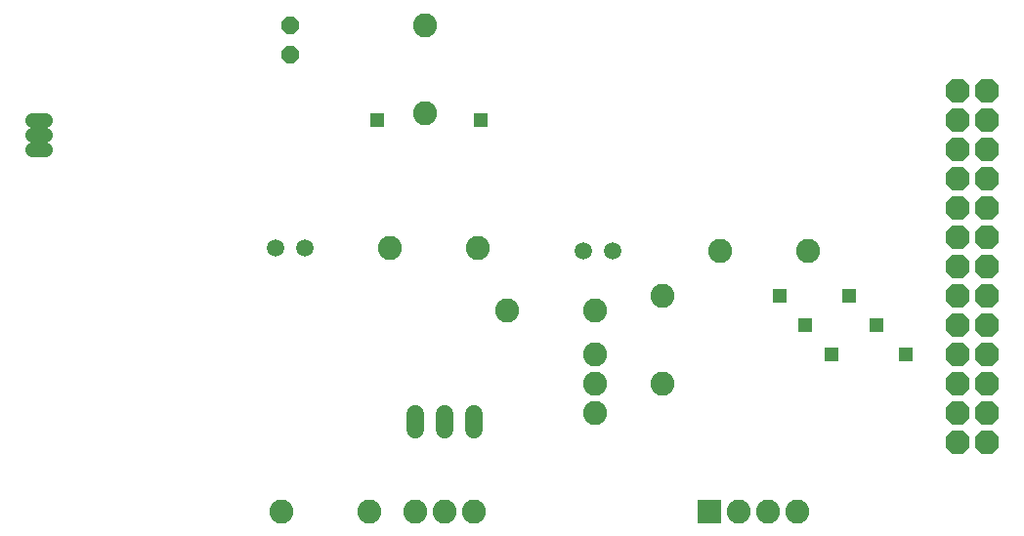
<source format=gbs>
G75*
%MOIN*%
%OFA0B0*%
%FSLAX24Y24*%
%IPPOS*%
%LPD*%
%AMOC8*
5,1,8,0,0,1.08239X$1,22.5*
%
%ADD10R,0.0820X0.0820*%
%ADD11C,0.0820*%
%ADD12C,0.0600*%
%ADD13OC8,0.0600*%
%ADD14C,0.0516*%
%ADD15C,0.0595*%
%ADD16OC8,0.0820*%
%ADD17R,0.0476X0.0476*%
D10*
X026030Y003780D03*
D11*
X011430Y003780D03*
X014430Y003780D03*
X015980Y003780D03*
X016980Y003780D03*
X017980Y003780D03*
X022130Y007130D03*
X022130Y008130D03*
X022130Y009130D03*
X024430Y008130D03*
X022130Y010630D03*
X024430Y011130D03*
X026380Y012680D03*
X029380Y012680D03*
X019130Y010630D03*
X018130Y012780D03*
X015130Y012780D03*
X016330Y017380D03*
X016330Y020380D03*
X027030Y003780D03*
X028030Y003780D03*
X029030Y003780D03*
D12*
X017980Y006570D02*
X017980Y007090D01*
X016980Y007090D02*
X016980Y006570D01*
X015980Y006570D02*
X015980Y007090D01*
D13*
X011730Y019380D03*
X011730Y020380D03*
D14*
X003348Y017130D02*
X002912Y017130D01*
X002912Y016630D02*
X003348Y016630D01*
X003348Y016130D02*
X002912Y016130D01*
D15*
X011230Y012780D03*
X012230Y012780D03*
X021730Y012680D03*
X022730Y012680D03*
D16*
X034480Y013130D03*
X035480Y013130D03*
X035480Y012130D03*
X034480Y012130D03*
X034480Y011130D03*
X035480Y011130D03*
X035480Y010130D03*
X034480Y010130D03*
X034480Y009130D03*
X035480Y009130D03*
X035480Y008130D03*
X034480Y008130D03*
X034480Y007130D03*
X035480Y007130D03*
X035480Y006130D03*
X034480Y006130D03*
X034480Y014130D03*
X035480Y014130D03*
X035480Y015130D03*
X034480Y015130D03*
X034480Y016130D03*
X035480Y016130D03*
X035480Y017130D03*
X034480Y017130D03*
X034480Y018130D03*
X035480Y018130D03*
D17*
X030780Y011130D03*
X031730Y010130D03*
X032730Y009130D03*
X030180Y009130D03*
X029280Y010130D03*
X028430Y011130D03*
X018230Y017130D03*
X014680Y017130D03*
M02*

</source>
